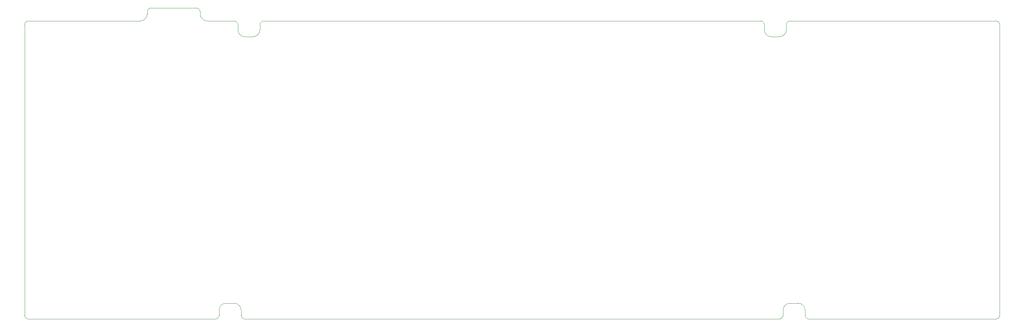
<source format=gbr>
%TF.GenerationSoftware,KiCad,Pcbnew,(5.1.10)-1*%
%TF.CreationDate,2021-11-28T11:57:09+01:00*%
%TF.ProjectId,vertex,76657274-6578-42e6-9b69-6361645f7063,rev?*%
%TF.SameCoordinates,Original*%
%TF.FileFunction,Profile,NP*%
%FSLAX46Y46*%
G04 Gerber Fmt 4.6, Leading zero omitted, Abs format (unit mm)*
G04 Created by KiCad (PCBNEW (5.1.10)-1) date 2021-11-28 11:57:09*
%MOMM*%
%LPD*%
G01*
G04 APERTURE LIST*
%TA.AperFunction,Profile*%
%ADD10C,0.100000*%
%TD*%
G04 APERTURE END LIST*
D10*
X70002400Y-53340000D02*
G75*
G02*
X70954900Y-54292500I0J-952500D01*
G01*
X57619900Y-54292500D02*
G75*
G02*
X58572400Y-53340000I952500J0D01*
G01*
X86131400Y-57594500D02*
G75*
G02*
X87083900Y-56642000I952500J0D01*
G01*
X79590900Y-56642000D02*
G75*
G02*
X80543400Y-57594500I0J-952500D01*
G01*
X212940900Y-56642000D02*
G75*
G02*
X213893400Y-57594500I0J-952500D01*
G01*
X219481400Y-57594500D02*
G75*
G02*
X220433900Y-56642000I952500J0D01*
G01*
X272567400Y-56642000D02*
G75*
G02*
X273519900Y-57594500I0J-952500D01*
G01*
X273519900Y-131318000D02*
G75*
G02*
X272567400Y-132270500I-952500J0D01*
G01*
X225196400Y-132270500D02*
G75*
G02*
X224243900Y-131318000I0J952500D01*
G01*
X218655900Y-131318000D02*
G75*
G02*
X217703400Y-132270500I-952500J0D01*
G01*
X82321400Y-132270500D02*
G75*
G02*
X81368900Y-131318000I0J952500D01*
G01*
X75780900Y-131318000D02*
G75*
G02*
X74828400Y-132270500I-952500J0D01*
G01*
X27457400Y-132270500D02*
G75*
G02*
X26504900Y-131318000I0J952500D01*
G01*
X79577701Y-128245199D02*
G75*
G02*
X81377700Y-130045200I-1J-1800000D01*
G01*
X222452700Y-128245200D02*
G75*
G02*
X224252700Y-130045200I0J-1800000D01*
G01*
X81368900Y-131318000D02*
X81377700Y-130045200D01*
X58572400Y-53340000D02*
X70002400Y-53340000D01*
X75777700Y-130045200D02*
G75*
G02*
X77577700Y-128245200I1800000J0D01*
G01*
X218652699Y-130045199D02*
G75*
G02*
X220452700Y-128245200I1800000J-1D01*
G01*
X220433900Y-56642000D02*
X272567400Y-56642000D01*
X57590200Y-54845200D02*
G75*
G02*
X55790200Y-56645200I-1800000J0D01*
G01*
X217703400Y-132270500D02*
X82321400Y-132270500D01*
X75777700Y-130045200D02*
X75780900Y-131318000D01*
X273519900Y-57594500D02*
X273519900Y-131318000D01*
X218652700Y-130045200D02*
X218655900Y-131318000D01*
X224243900Y-131318000D02*
X224252700Y-130045200D01*
X272567400Y-132270500D02*
X225196400Y-132270500D01*
X57590200Y-54845201D02*
X57619900Y-54292500D01*
X222452700Y-128245200D02*
X220452700Y-128245200D01*
X79577700Y-128245200D02*
X77577700Y-128245200D01*
X74828400Y-132270500D02*
X27457400Y-132270500D01*
X27457400Y-56642000D02*
X55790200Y-56645200D01*
X26504900Y-131318000D02*
X26504900Y-57594500D01*
X86140201Y-58845201D02*
G75*
G02*
X84340200Y-60645200I-1800000J1D01*
G01*
X213893400Y-57594500D02*
X213890200Y-58845198D01*
X86140199Y-58845200D02*
X86131400Y-57594500D01*
X87083900Y-56642000D02*
X212940900Y-56642000D01*
X215690198Y-60645200D02*
G75*
G02*
X213890200Y-58845198I2J1800000D01*
G01*
X219490200Y-58845200D02*
X219481400Y-57594500D01*
X215690200Y-60645199D02*
X217690200Y-60645200D01*
X219490200Y-58845200D02*
G75*
G02*
X217690200Y-60645200I-1800000J0D01*
G01*
X82340199Y-60645199D02*
X84340200Y-60645200D01*
X72790200Y-56645200D02*
X79590900Y-56642000D01*
X70954900Y-54292500D02*
X70990200Y-54845200D01*
X82340197Y-60645199D02*
G75*
G02*
X80540199Y-58845199I1J1799999D01*
G01*
X80543400Y-57594500D02*
X80540199Y-58845199D01*
X72790199Y-56645201D02*
G75*
G02*
X70990200Y-54845200I1J1800000D01*
G01*
X26504900Y-57594500D02*
G75*
G02*
X27457400Y-56642000I952500J0D01*
G01*
M02*

</source>
